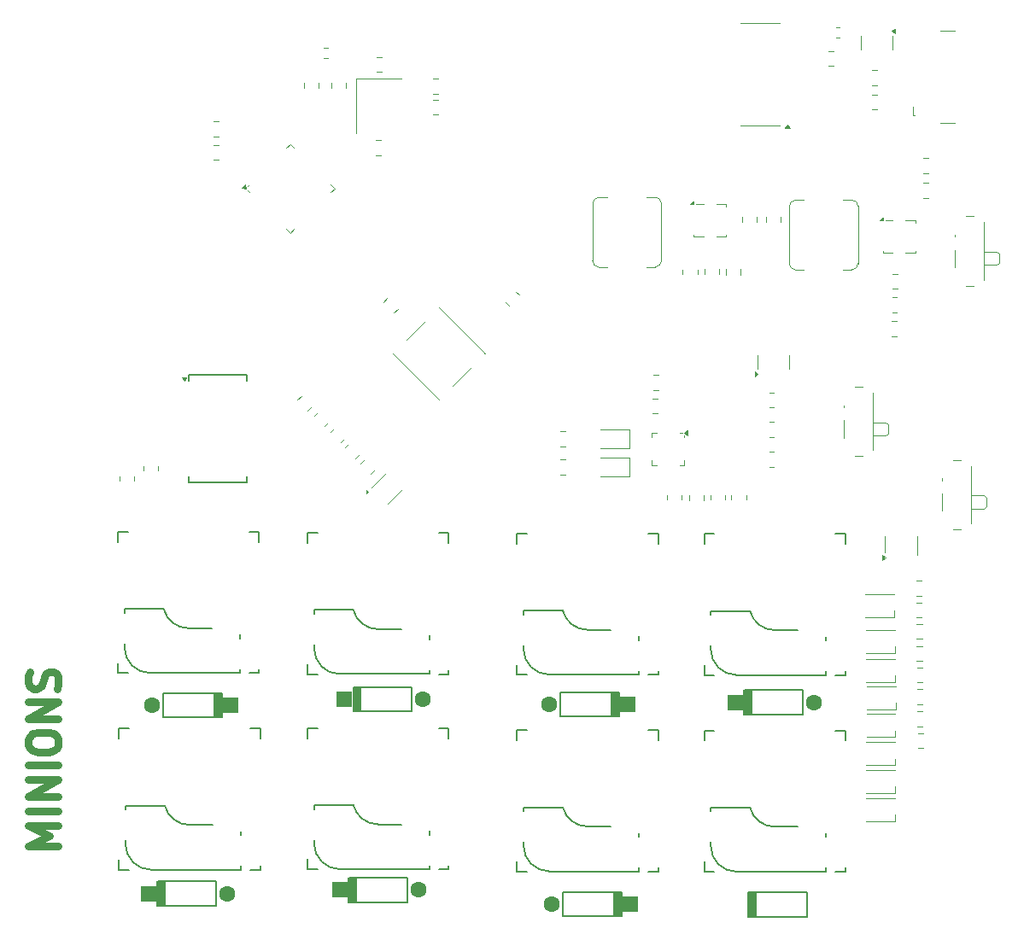
<source format=gbr>
%TF.GenerationSoftware,KiCad,Pcbnew,8.0.2*%
%TF.CreationDate,2025-08-30T14:31:31+07:00*%
%TF.ProjectId,minions,6d696e69-6f6e-4732-9e6b-696361645f70,1*%
%TF.SameCoordinates,Original*%
%TF.FileFunction,Legend,Top*%
%TF.FilePolarity,Positive*%
%FSLAX46Y46*%
G04 Gerber Fmt 4.6, Leading zero omitted, Abs format (unit mm)*
G04 Created by KiCad (PCBNEW 8.0.2) date 2025-08-30 14:31:31*
%MOMM*%
%LPD*%
G01*
G04 APERTURE LIST*
%ADD10C,0.750000*%
%ADD11C,0.120000*%
%ADD12C,0.200000*%
%ADD13C,0.150000*%
%ADD14R,1.600000X1.600000*%
%ADD15C,1.600000*%
G04 APERTURE END LIST*
D10*
X108693857Y-151642293D02*
X105693857Y-151642293D01*
X105693857Y-151642293D02*
X107836714Y-150642293D01*
X107836714Y-150642293D02*
X105693857Y-149642293D01*
X105693857Y-149642293D02*
X108693857Y-149642293D01*
X108693857Y-148213722D02*
X105693857Y-148213722D01*
X108693857Y-146785151D02*
X105693857Y-146785151D01*
X105693857Y-146785151D02*
X108693857Y-145070865D01*
X108693857Y-145070865D02*
X105693857Y-145070865D01*
X108693857Y-143642294D02*
X105693857Y-143642294D01*
X105693857Y-141642294D02*
X105693857Y-141070866D01*
X105693857Y-141070866D02*
X105836714Y-140785151D01*
X105836714Y-140785151D02*
X106122428Y-140499437D01*
X106122428Y-140499437D02*
X106693857Y-140356580D01*
X106693857Y-140356580D02*
X107693857Y-140356580D01*
X107693857Y-140356580D02*
X108265285Y-140499437D01*
X108265285Y-140499437D02*
X108551000Y-140785151D01*
X108551000Y-140785151D02*
X108693857Y-141070866D01*
X108693857Y-141070866D02*
X108693857Y-141642294D01*
X108693857Y-141642294D02*
X108551000Y-141928009D01*
X108551000Y-141928009D02*
X108265285Y-142213723D01*
X108265285Y-142213723D02*
X107693857Y-142356580D01*
X107693857Y-142356580D02*
X106693857Y-142356580D01*
X106693857Y-142356580D02*
X106122428Y-142213723D01*
X106122428Y-142213723D02*
X105836714Y-141928009D01*
X105836714Y-141928009D02*
X105693857Y-141642294D01*
X108693857Y-139070866D02*
X105693857Y-139070866D01*
X105693857Y-139070866D02*
X108693857Y-137356580D01*
X108693857Y-137356580D02*
X105693857Y-137356580D01*
X108551000Y-136070866D02*
X108693857Y-135642295D01*
X108693857Y-135642295D02*
X108693857Y-134928009D01*
X108693857Y-134928009D02*
X108551000Y-134642295D01*
X108551000Y-134642295D02*
X108408142Y-134499437D01*
X108408142Y-134499437D02*
X108122428Y-134356580D01*
X108122428Y-134356580D02*
X107836714Y-134356580D01*
X107836714Y-134356580D02*
X107551000Y-134499437D01*
X107551000Y-134499437D02*
X107408142Y-134642295D01*
X107408142Y-134642295D02*
X107265285Y-134928009D01*
X107265285Y-134928009D02*
X107122428Y-135499437D01*
X107122428Y-135499437D02*
X106979571Y-135785152D01*
X106979571Y-135785152D02*
X106836714Y-135928009D01*
X106836714Y-135928009D02*
X106551000Y-136070866D01*
X106551000Y-136070866D02*
X106265285Y-136070866D01*
X106265285Y-136070866D02*
X105979571Y-135928009D01*
X105979571Y-135928009D02*
X105836714Y-135785152D01*
X105836714Y-135785152D02*
X105693857Y-135499437D01*
X105693857Y-135499437D02*
X105693857Y-134785152D01*
X105693857Y-134785152D02*
X105836714Y-134356580D01*
D11*
%TO.C,SW4*%
X197582326Y-91239485D02*
X197582328Y-91039487D01*
X197582327Y-94239487D02*
X197582325Y-92539486D01*
X198632327Y-96089485D02*
X199422327Y-96089485D01*
X199422328Y-89189485D02*
X198632327Y-89189485D01*
X200432326Y-95489486D02*
X200432327Y-89789484D01*
X200432328Y-94039485D02*
X201722328Y-94039486D01*
X201722327Y-92739486D02*
X200432327Y-92739486D01*
X201722327Y-92739486D02*
X201932327Y-92939487D01*
X201722328Y-94039486D02*
X201932326Y-93839486D01*
X201932326Y-93839486D02*
X201932327Y-92939487D01*
%TO.C,FB1*%
X186123591Y-71507666D02*
X185781059Y-71507669D01*
X186123593Y-70487665D02*
X185781061Y-70487668D01*
%TO.C,R10*%
X153340835Y-98030282D02*
X153019718Y-97709165D01*
X154380282Y-96990835D02*
X154059165Y-96669718D01*
%TO.C,D17*%
X191620002Y-133100000D02*
X188779997Y-133100000D01*
X191620003Y-135400000D02*
X188779998Y-135400000D01*
X191620003Y-135400000D02*
X191620000Y-134750000D01*
%TO.C,C3*%
X168211079Y-104942672D02*
X167688576Y-104942671D01*
X168211080Y-106412671D02*
X167688577Y-106412670D01*
%TO.C,C57*%
X133015000Y-75938748D02*
X133015000Y-76461252D01*
X134485000Y-75938748D02*
X134485000Y-76461252D01*
%TO.C,C5*%
X193838748Y-133965000D02*
X194361251Y-133965001D01*
X193838749Y-135434999D02*
X194361252Y-135435000D01*
%TO.C,C42*%
X193738748Y-127515000D02*
X194261250Y-127514999D01*
X193738750Y-128985001D02*
X194261252Y-128985000D01*
%TO.C,C41*%
X193738746Y-125365001D02*
X194261248Y-125365000D01*
X193738748Y-126835002D02*
X194261250Y-126835001D01*
%TO.C,C17*%
X176437327Y-89273917D02*
X176437327Y-89796421D01*
X177907327Y-89273917D02*
X177907327Y-89796421D01*
%TO.C,C43*%
X193788748Y-129615000D02*
X194311250Y-129614999D01*
X193788750Y-131085001D02*
X194311252Y-131085000D01*
%TO.C,C40*%
X135643540Y-110611886D02*
X136013003Y-110242420D01*
X136682989Y-111651332D02*
X137052452Y-111281866D01*
%TO.C,U4*%
X178252326Y-70037671D02*
X176302325Y-70037666D01*
X178252326Y-70037671D02*
X180202330Y-70037667D01*
X178252328Y-80157667D02*
X176302324Y-80157671D01*
X178252328Y-80157667D02*
X180202329Y-80157672D01*
X181192328Y-80432664D02*
X180712322Y-80432671D01*
X180952327Y-80102668D01*
X181192328Y-80432664D01*
G36*
X181192328Y-80432664D02*
G01*
X180712322Y-80432671D01*
X180952327Y-80102668D01*
X181192328Y-80432664D01*
G37*
%TO.C,R4*%
X189829390Y-74712669D02*
X189375262Y-74712669D01*
X189829390Y-76182669D02*
X189375262Y-76182669D01*
%TO.C,SW1*%
X141833830Y-102819759D02*
X141855044Y-102798547D01*
X141833830Y-102819759D02*
X146401740Y-107387669D01*
X145037024Y-99616565D02*
X143198546Y-101455043D01*
X146380528Y-98273063D02*
X146401740Y-98251849D01*
X146401740Y-98251849D02*
X150969650Y-102819759D01*
X146401740Y-107387669D02*
X146422952Y-107366455D01*
X149604934Y-104184475D02*
X147766456Y-106022953D01*
X150969650Y-102819759D02*
X150948436Y-102840971D01*
%TO.C,C1*%
X168111077Y-107292670D02*
X167588576Y-107292671D01*
X168111080Y-108762671D02*
X167588579Y-108762672D01*
%TO.C,C18*%
X140761250Y-73415001D02*
X140238748Y-73415000D01*
X140761252Y-74885000D02*
X140238750Y-74884999D01*
%TO.C,C22*%
X138648741Y-113687801D02*
X139018204Y-113318336D01*
X139688190Y-114727246D02*
X140057653Y-114357781D01*
%TO.C,C56*%
X137101943Y-112141004D02*
X137471406Y-111771539D01*
X138141392Y-113180449D02*
X138510855Y-112810984D01*
D12*
%TO.C,D2*%
X158710000Y-156200001D02*
X164510000Y-156200002D01*
X158710001Y-158600000D02*
X158710000Y-156200001D01*
X163784997Y-158600003D02*
X163784999Y-156200000D01*
X163960001Y-158599998D02*
X163959999Y-156199998D01*
X164135002Y-158600001D02*
X164134999Y-156200000D01*
X164310000Y-158599999D02*
X164309999Y-156200000D01*
X164435001Y-158600001D02*
X164435001Y-156199999D01*
X164510000Y-158599998D02*
X158710001Y-158600000D01*
X164535001Y-156199999D02*
X164535000Y-158599999D01*
D11*
%TO.C,C19*%
X140924313Y-97711799D02*
X141293776Y-97342334D01*
X141963762Y-98751244D02*
X142333225Y-98381779D01*
%TO.C,D11*%
X191620003Y-130200001D02*
X188779997Y-130200000D01*
X191620003Y-132500000D02*
X188779997Y-132499999D01*
X191620003Y-132500000D02*
X191620000Y-131850000D01*
%TO.C,R11*%
X179175265Y-109612669D02*
X179629393Y-109612669D01*
X179175265Y-111082669D02*
X179629393Y-111082669D01*
%TO.C,C13*%
X194441075Y-87374486D02*
X194963576Y-87374486D01*
X194441078Y-85904486D02*
X194963579Y-85904486D01*
%TO.C,U1*%
X190640000Y-121750000D02*
X190639999Y-120949998D01*
X190640000Y-121750000D02*
X190639999Y-122550000D01*
X193860001Y-122750002D02*
X193860000Y-120949999D01*
X190690001Y-123050002D02*
X190360002Y-123289998D01*
X190359998Y-122810000D01*
X190690001Y-123050002D01*
G36*
X190690001Y-123050002D02*
G01*
X190360002Y-123289998D01*
X190359998Y-122810000D01*
X190690001Y-123050002D01*
G37*
%TO.C,C14*%
X172717328Y-94436419D02*
X172717328Y-94958923D01*
X174187328Y-94436419D02*
X174187328Y-94958923D01*
%TO.C,R12*%
X179175267Y-112562673D02*
X179629395Y-112562673D01*
X179175267Y-114032673D02*
X179629395Y-114032673D01*
%TO.C,U6*%
X190442328Y-92609485D02*
X190442328Y-92839485D01*
X190442328Y-92839485D02*
X191417330Y-92839487D01*
X190732327Y-89619487D02*
X191417326Y-89619485D01*
X192687326Y-89619483D02*
X193662328Y-89619485D01*
X192687330Y-92839485D02*
X193662328Y-92839485D01*
X193662328Y-89619485D02*
X193662328Y-89849485D01*
X193662328Y-92609485D02*
X193662328Y-92839485D01*
X190412331Y-89619484D02*
X190132328Y-89619485D01*
X190412331Y-89339485D01*
X190412331Y-89619484D01*
G36*
X190412331Y-89619484D02*
G01*
X190132328Y-89619485D01*
X190412331Y-89339485D01*
X190412331Y-89619484D01*
G37*
%TO.C,C39*%
X134017192Y-108985541D02*
X134386655Y-108616075D01*
X135056641Y-110024987D02*
X135426104Y-109655521D01*
%TO.C,C6*%
X193838748Y-136115000D02*
X194361251Y-136115001D01*
X193838749Y-137584999D02*
X194361252Y-137585000D01*
%TO.C,SW2*%
X196309999Y-115400000D02*
X196310003Y-115200001D01*
X196310000Y-118400003D02*
X196310001Y-116700000D01*
X197360004Y-120249994D02*
X198150003Y-120250001D01*
X198150003Y-113349999D02*
X197360003Y-113349997D01*
X199160000Y-119649999D02*
X199160002Y-113949999D01*
X199160003Y-118200000D02*
X200450000Y-118200003D01*
X200450000Y-118200003D02*
X200659999Y-117999999D01*
X200450002Y-116900000D02*
X199160002Y-116900000D01*
X200450002Y-116900000D02*
X200660002Y-117100001D01*
X200659999Y-117999999D02*
X200660002Y-117100001D01*
%TO.C,D8*%
X191520003Y-126650000D02*
X188679997Y-126650001D01*
X191520003Y-128949999D02*
X188679997Y-128950000D01*
X191520003Y-128949999D02*
X191520000Y-128300000D01*
%TO.C,R5*%
X179175269Y-106662671D02*
X179629397Y-106662671D01*
X179175269Y-108132671D02*
X179629397Y-108132671D01*
%TO.C,C2*%
X185041078Y-72812669D02*
X185563579Y-72812668D01*
X185041081Y-74282670D02*
X185563582Y-74282669D01*
%TO.C,C20*%
X124038748Y-82115000D02*
X124561252Y-82115000D01*
X124038748Y-83585000D02*
X124561252Y-83585000D01*
%TO.C,R1*%
X114765000Y-115427064D02*
X114765000Y-114972936D01*
X116235000Y-115427064D02*
X116235000Y-114972936D01*
%TO.C,C44*%
X193788748Y-131815000D02*
X194311250Y-131814999D01*
X193788750Y-133285001D02*
X194311252Y-133285000D01*
%TO.C,R17*%
X158926892Y-113342670D02*
X158472764Y-113342670D01*
X158926892Y-114812670D02*
X158472764Y-114812670D01*
%TO.C,R3*%
X189829390Y-77142664D02*
X189375262Y-77142664D01*
X189829390Y-78612664D02*
X189375262Y-78612664D01*
%TO.C,P1*%
X193437324Y-78357666D02*
X193437328Y-79157666D01*
X193437328Y-79157666D02*
X193587329Y-79157666D01*
X197517327Y-79977668D02*
X196107325Y-79977665D01*
X197517328Y-70817667D02*
X196107325Y-70817667D01*
%TO.C,L1*%
X181142326Y-93889485D02*
X181142328Y-88239487D01*
X181802327Y-87579486D02*
X182602327Y-87579487D01*
X182602328Y-94499486D02*
X181752326Y-94499487D01*
X186502326Y-87579486D02*
X187352328Y-87579485D01*
X187352327Y-94499486D02*
X186502327Y-94499485D01*
X187962328Y-88189487D02*
X187962325Y-93889485D01*
X181142328Y-88239487D02*
G75*
G02*
X181802327Y-87579486I660002J-1D01*
G01*
X181752326Y-94499487D02*
G75*
G02*
X181142326Y-93889485I1J610001D01*
G01*
X187352328Y-87579485D02*
G75*
G02*
X187962328Y-88189487I0J-610000D01*
G01*
X187962325Y-93889485D02*
G75*
G02*
X187352327Y-94499484I-609998J-1D01*
G01*
%TO.C,C21*%
X135715001Y-75938752D02*
X135715000Y-76461252D01*
X137185000Y-75938748D02*
X137184999Y-76461248D01*
%TO.C,R14*%
X175417328Y-116820607D02*
X175417328Y-117274735D01*
X176887328Y-116820607D02*
X176887328Y-117274735D01*
%TO.C,U7*%
X127657495Y-86051545D02*
X127480716Y-86228322D01*
X127657495Y-86829365D02*
X127438290Y-86610162D01*
X131277880Y-82431160D02*
X131666790Y-82042251D01*
X131666790Y-82042251D02*
X132055700Y-82431160D01*
X131666790Y-90838659D02*
X131277880Y-90449750D01*
X132055700Y-90449750D02*
X131666790Y-90838659D01*
X135676085Y-86829365D02*
X136064994Y-86440455D01*
X136064994Y-86440455D02*
X135676085Y-86051545D01*
X127268586Y-86440455D02*
X126865535Y-86376815D01*
X127204945Y-86037407D01*
X127268586Y-86440455D01*
G36*
X127268586Y-86440455D02*
G01*
X126865535Y-86376815D01*
X127204945Y-86037407D01*
X127268586Y-86440455D01*
G37*
%TO.C,Y1*%
X138206066Y-75518450D02*
X138206066Y-80918450D01*
X142706066Y-75518450D02*
X138206066Y-75518450D01*
%TO.C,R2*%
X117115000Y-114427064D02*
X117115000Y-113972936D01*
X118585000Y-114427064D02*
X118585000Y-113972936D01*
%TO.C,U5*%
X167539828Y-110667671D02*
X168014828Y-110667671D01*
X167539828Y-111142671D02*
X167539828Y-110667671D01*
X167539828Y-113412671D02*
X167539828Y-113887671D01*
X167539828Y-113887671D02*
X168014828Y-113887671D01*
X170284828Y-110667671D02*
X170519828Y-110667671D01*
X170759828Y-111142671D02*
X170759828Y-110967671D01*
X170759828Y-113412671D02*
X170759828Y-113887671D01*
X170759828Y-113887671D02*
X170284828Y-113887671D01*
X171089828Y-110907671D02*
X170759828Y-110667671D01*
X171089828Y-110427671D01*
X171089828Y-110907671D01*
G36*
X171089828Y-110907671D02*
G01*
X170759828Y-110667671D01*
X171089828Y-110427671D01*
X171089828Y-110907671D01*
G37*
%TO.C,R16*%
X170567328Y-94470607D02*
X170567328Y-94924735D01*
X172037328Y-94470607D02*
X172037328Y-94924735D01*
%TO.C,C35*%
X146361247Y-77665001D02*
X145838748Y-77665000D01*
X146361252Y-79135000D02*
X145838753Y-79134999D01*
%TO.C,C11*%
X191341075Y-94904486D02*
X191863576Y-94904485D01*
X191341078Y-96374487D02*
X191863579Y-96374486D01*
D12*
%TO.C,D14*%
X118514999Y-157560001D02*
X118514998Y-155160000D01*
X118540001Y-155160003D02*
X124339998Y-155160000D01*
X118614999Y-155159999D02*
X118614999Y-157560001D01*
X118740002Y-155160001D02*
X118740002Y-157560000D01*
X118914998Y-155160001D02*
X118915001Y-157560000D01*
X119089999Y-155160002D02*
X119090001Y-157560002D01*
X119265003Y-155159997D02*
X119265001Y-157560000D01*
X124339998Y-155160000D02*
X124339998Y-157559999D01*
X124339998Y-157559999D02*
X118540000Y-157559998D01*
%TO.C,D7*%
X137915000Y-138310000D02*
X137915000Y-135910000D01*
X137940000Y-135910000D02*
X143740000Y-135910000D01*
X138015000Y-135910000D02*
X138015000Y-138310000D01*
X138140000Y-135910000D02*
X138140000Y-138310000D01*
X138315000Y-135910000D02*
X138315000Y-138310000D01*
X138490000Y-135910000D02*
X138490000Y-138310000D01*
X138665000Y-135910000D02*
X138665000Y-138310000D01*
X143740000Y-135910000D02*
X143740000Y-138310000D01*
X143740000Y-138310000D02*
X137940000Y-138310000D01*
D11*
%TO.C,D9*%
X191670003Y-138550000D02*
X188829997Y-138550001D01*
X191670003Y-140849999D02*
X188829997Y-140850000D01*
X191670003Y-140849999D02*
X191670000Y-140200000D01*
D12*
%TO.C,D1*%
X158460000Y-136400001D02*
X164260000Y-136400002D01*
X158460001Y-138800000D02*
X158460000Y-136400001D01*
X163534997Y-138800003D02*
X163534999Y-136400000D01*
X163710001Y-138799998D02*
X163709999Y-136399998D01*
X163885002Y-138799999D02*
X163884999Y-136400000D01*
X164060000Y-138799999D02*
X164059999Y-136400000D01*
X164185001Y-138800001D02*
X164185001Y-136399999D01*
X164260000Y-138799998D02*
X158460001Y-138800000D01*
X164285001Y-136399999D02*
X164285000Y-138799999D01*
D11*
%TO.C,C12*%
X194441075Y-84924487D02*
X194963576Y-84924487D01*
X194441078Y-83454487D02*
X194963579Y-83454487D01*
%TO.C,C16*%
X178827328Y-89253919D02*
X178827328Y-89776423D01*
X180297328Y-89253919D02*
X180297328Y-89776423D01*
%TO.C,C36*%
X146361247Y-75565001D02*
X145838748Y-75565000D01*
X146361252Y-77035000D02*
X145838753Y-77034999D01*
%TO.C,Q2*%
X188254828Y-71997667D02*
X188254828Y-71347668D01*
X188254828Y-71997667D02*
X188254828Y-72647667D01*
X191374828Y-71997667D02*
X191374828Y-71347667D01*
X191374828Y-71997667D02*
X191374828Y-72647666D01*
X191654826Y-71075167D02*
X191324828Y-70835167D01*
X191654828Y-70595167D01*
X191654826Y-71075167D01*
G36*
X191654826Y-71075167D02*
G01*
X191324828Y-70835167D01*
X191654828Y-70595167D01*
X191654826Y-71075167D01*
G37*
%TO.C,C15*%
X174877328Y-94453919D02*
X174877328Y-94976423D01*
X176347328Y-94453919D02*
X176347328Y-94976423D01*
%TO.C,C8*%
X140138748Y-81665000D02*
X140661250Y-81664999D01*
X140138750Y-83135001D02*
X140661252Y-83135000D01*
%TO.C,D4*%
X162399825Y-112237671D02*
X165259825Y-112237671D01*
X165259825Y-112237671D02*
X165259826Y-110317673D01*
X165259826Y-110317673D02*
X162399827Y-110317671D01*
D12*
%TO.C,D15*%
X137465000Y-157210000D02*
X137465000Y-154810000D01*
X137490000Y-154810000D02*
X143290000Y-154810000D01*
X137565000Y-154810000D02*
X137565000Y-157210000D01*
X137690000Y-154810000D02*
X137690000Y-157210000D01*
X137865000Y-154810000D02*
X137865000Y-157210000D01*
X138040000Y-154810000D02*
X138040000Y-157210000D01*
X138215000Y-154810000D02*
X138215000Y-157210000D01*
X143290000Y-154810000D02*
X143290000Y-157210000D01*
X143290000Y-157210000D02*
X137490000Y-157210000D01*
D11*
%TO.C,R13*%
X191342884Y-97239432D02*
X191797012Y-97239432D01*
X191342884Y-98709432D02*
X191797012Y-98709432D01*
%TO.C,C9*%
X193888748Y-140465000D02*
X194411251Y-140465001D01*
X193888749Y-141934999D02*
X194411252Y-141935000D01*
D13*
%TO.C,U8*%
X121655000Y-104925000D02*
X121655000Y-105500000D01*
X121655000Y-104925000D02*
X127404999Y-104925001D01*
X121655000Y-115000000D02*
X121655001Y-115574999D01*
X121655001Y-115574999D02*
X127405000Y-115575000D01*
X127404999Y-104925001D02*
X127405000Y-105500000D01*
X127405000Y-115000000D02*
X127405000Y-115575000D01*
D11*
X121154999Y-105500000D02*
X120915000Y-105170000D01*
X121395000Y-105170000D01*
X121154999Y-105500000D01*
G36*
X121154999Y-105500000D02*
G01*
X120915000Y-105170000D01*
X121395000Y-105170000D01*
X121154999Y-105500000D01*
G37*
%TO.C,D10*%
X191620003Y-141350001D02*
X188779997Y-141350000D01*
X191620003Y-143650000D02*
X188779997Y-143649999D01*
X191620003Y-143650000D02*
X191620000Y-143000000D01*
%TO.C,C37*%
X124038748Y-79815000D02*
X124561250Y-79814999D01*
X124038750Y-81285001D02*
X124561252Y-81285000D01*
%TO.C,R15*%
X158926892Y-110542670D02*
X158472764Y-110542670D01*
X158926892Y-112012670D02*
X158472764Y-112012670D01*
D12*
%TO.C,D5*%
X176684999Y-138600001D02*
X176685000Y-136200002D01*
X176710000Y-136200001D02*
X182510000Y-136200001D01*
X176784999Y-136200001D02*
X176785000Y-138600001D01*
X176910001Y-136200000D02*
X176910000Y-138599999D01*
X177085001Y-136200000D02*
X177085001Y-138600002D01*
X177260000Y-136200001D02*
X177260000Y-138600001D01*
X177435000Y-136199999D02*
X177435000Y-138600000D01*
X182509999Y-138600000D02*
X176710000Y-138599998D01*
X182510000Y-136200001D02*
X182509999Y-138600000D01*
D11*
%TO.C,U9*%
X171652328Y-90995171D02*
X171652328Y-91225171D01*
X171652328Y-91225171D02*
X172627332Y-91225172D01*
X171942327Y-88005174D02*
X172627325Y-88005174D01*
X173897324Y-88005170D02*
X174872328Y-88005171D01*
X173897331Y-91225168D02*
X174872328Y-91225171D01*
X174872328Y-88005171D02*
X174872328Y-88235171D01*
X174872328Y-90995171D02*
X174872328Y-91225171D01*
X171622332Y-88005170D02*
X171342328Y-88005171D01*
X171622331Y-87725171D01*
X171622332Y-88005170D01*
G36*
X171622332Y-88005170D02*
G01*
X171342328Y-88005171D01*
X171622331Y-87725171D01*
X171622332Y-88005170D01*
G37*
%TO.C,R6*%
X173317328Y-116820607D02*
X173317328Y-117274735D01*
X174787328Y-116820607D02*
X174787328Y-117274735D01*
%TO.C,C10*%
X171217328Y-116836422D02*
X171217328Y-117358923D01*
X172687328Y-116836419D02*
X172687328Y-117358920D01*
%TO.C,C7*%
X193838748Y-138315000D02*
X194361251Y-138315001D01*
X193838749Y-139784999D02*
X194361252Y-139785000D01*
%TO.C,SW3*%
X186582326Y-108147671D02*
X186582329Y-107947672D01*
X186582327Y-111147673D02*
X186582326Y-109447670D01*
X187632329Y-112997669D02*
X188422329Y-112997670D01*
X188422329Y-106097670D02*
X187632328Y-106097669D01*
X189432326Y-112397670D02*
X189432328Y-106697670D01*
X189432330Y-110947669D02*
X190722330Y-110947671D01*
X190722328Y-109647671D02*
X189432328Y-109647671D01*
X190722328Y-109647671D02*
X190932328Y-109847672D01*
X190722330Y-110947671D02*
X190932326Y-110747671D01*
X190932326Y-110747671D02*
X190932328Y-109847672D01*
%TO.C,R7*%
X169014828Y-116850607D02*
X169014828Y-117304735D01*
X170484828Y-116850607D02*
X170484828Y-117304735D01*
%TO.C,D32*%
X162399826Y-115037671D02*
X165259826Y-115037671D01*
X165259826Y-115037671D02*
X165259827Y-113117673D01*
X165259827Y-113117673D02*
X162399828Y-113117671D01*
%TO.C,D23*%
X191683859Y-135799722D02*
X188843855Y-135799724D01*
X191683861Y-138099722D02*
X188843857Y-138099724D01*
X191683861Y-138099722D02*
X191683858Y-137449723D01*
D12*
%TO.C,D3*%
X119090000Y-136460001D02*
X124890000Y-136460002D01*
X119090001Y-138860000D02*
X119090000Y-136460001D01*
X124164997Y-138860003D02*
X124164999Y-136460000D01*
X124340001Y-138859998D02*
X124339999Y-136459998D01*
X124515002Y-138860001D02*
X124514999Y-136460000D01*
X124690000Y-138859999D02*
X124689999Y-136460000D01*
X124815001Y-138860001D02*
X124815001Y-136459999D01*
X124890000Y-138859998D02*
X119090001Y-138860000D01*
X124915001Y-136459999D02*
X124915000Y-138859999D01*
D11*
%TO.C,U10*%
X139735036Y-116101686D02*
X141149250Y-114687472D01*
X141340168Y-117706818D02*
X142754382Y-116292604D01*
X139427445Y-116529485D02*
X139229455Y-116727475D01*
X139229455Y-116331496D01*
X139427445Y-116529485D01*
G36*
X139427445Y-116529485D02*
G01*
X139229455Y-116727475D01*
X139229455Y-116331496D01*
X139427445Y-116529485D01*
G37*
%TO.C,C4*%
X191291076Y-99604486D02*
X191813577Y-99604485D01*
X191291079Y-101074487D02*
X191813580Y-101074486D01*
%TO.C,Q1*%
X177992330Y-103647671D02*
X177992330Y-102997672D01*
X177992330Y-103647671D02*
X177992330Y-104297671D01*
X181112330Y-103647671D02*
X181112330Y-102997671D01*
X181112330Y-103647671D02*
X181112330Y-104297670D01*
X178042330Y-104810171D02*
X177712330Y-105050171D01*
X177712330Y-104570170D01*
X178042330Y-104810171D01*
G36*
X178042330Y-104810171D02*
G01*
X177712330Y-105050171D01*
X177712330Y-104570170D01*
X178042330Y-104810171D01*
G37*
%TO.C,D13*%
X191620002Y-146900000D02*
X188779997Y-146900000D01*
X191620003Y-149200000D02*
X188779998Y-149200000D01*
X191620003Y-149200000D02*
X191620000Y-148550000D01*
%TO.C,L3*%
X135028734Y-73510001D02*
X135371265Y-73510000D01*
X135028735Y-72490000D02*
X135371266Y-72489999D01*
%TO.C,C38*%
X132382007Y-107403388D02*
X132751470Y-107033922D01*
X133421456Y-108442834D02*
X133790919Y-108073368D01*
%TO.C,D12*%
X191620001Y-144099999D02*
X188779997Y-144100000D01*
X191620003Y-146400000D02*
X188779999Y-146400001D01*
X191620003Y-146400000D02*
X191620000Y-145750000D01*
%TO.C,L2*%
X161652327Y-93615170D02*
X161652329Y-87965172D01*
X162312328Y-87305171D02*
X163112328Y-87305172D01*
X163112328Y-94225171D02*
X162262327Y-94225172D01*
X167012328Y-87305171D02*
X167862329Y-87305170D01*
X167862328Y-94225171D02*
X167012328Y-94225170D01*
X168472329Y-87915172D02*
X168472326Y-93615170D01*
X161652329Y-87965172D02*
G75*
G02*
X162312328Y-87305171I660002J-1D01*
G01*
X162262327Y-94225172D02*
G75*
G02*
X161652327Y-93615170I1J610001D01*
G01*
X167862329Y-87305170D02*
G75*
G02*
X168472329Y-87915172I0J-610000D01*
G01*
X168472326Y-93615170D02*
G75*
G02*
X167862328Y-94225169I-609998J-1D01*
G01*
D13*
%TO.C,K8*%
X133390000Y-139960000D02*
X134390000Y-139960000D01*
X133390000Y-140960000D02*
X133390000Y-139960000D01*
X133390000Y-153960000D02*
X133390000Y-152960000D01*
X134040000Y-147595000D02*
X134040000Y-147976000D01*
X134040000Y-151024000D02*
X134040000Y-151405000D01*
X134390000Y-153960000D02*
X133390000Y-153960000D01*
X134421000Y-147595000D02*
X134040000Y-147595000D01*
X136580000Y-153945000D02*
X145470000Y-153945000D01*
X137850000Y-147595000D02*
X134040000Y-147595000D01*
X142676000Y-149500000D02*
X140390000Y-149500000D01*
X145470000Y-150516000D02*
X145470000Y-150135000D01*
X145470000Y-153945000D02*
X145470000Y-153564000D01*
X146390000Y-139960000D02*
X147390000Y-139960000D01*
X147390000Y-139960000D02*
X147390000Y-140960000D01*
X147390000Y-153564000D02*
X147390000Y-153960000D01*
X147390000Y-153960000D02*
X146390000Y-153960000D01*
X136580000Y-153945000D02*
G75*
G02*
X134040000Y-151405000I0J2540000D01*
G01*
X140390000Y-149500000D02*
G75*
G02*
X137925838Y-147576040I0J2540000D01*
G01*
%TO.C,K7*%
X114690000Y-140010000D02*
X115690000Y-140010000D01*
X114690000Y-141010000D02*
X114690000Y-140010000D01*
X114690000Y-154010000D02*
X114690000Y-153010000D01*
X115340000Y-147645000D02*
X115340000Y-148026000D01*
X115340000Y-151074000D02*
X115340000Y-151455000D01*
X115690000Y-154010000D02*
X114690000Y-154010000D01*
X115721000Y-147645000D02*
X115340000Y-147645000D01*
X117880000Y-153995000D02*
X126770000Y-153995000D01*
X119150000Y-147645000D02*
X115340000Y-147645000D01*
X123976000Y-149550000D02*
X121690000Y-149550000D01*
X126770000Y-150566000D02*
X126770000Y-150185000D01*
X126770000Y-153995000D02*
X126770000Y-153614000D01*
X127690000Y-140010000D02*
X128690000Y-140010000D01*
X128690000Y-140010000D02*
X128690000Y-141010000D01*
X128690000Y-153614000D02*
X128690000Y-154010000D01*
X128690000Y-154010000D02*
X127690000Y-154010000D01*
X117880000Y-153995000D02*
G75*
G02*
X115340000Y-151455000I0J2540000D01*
G01*
X121690000Y-149550000D02*
G75*
G02*
X119225838Y-147626040I0J2540000D01*
G01*
%TO.C,K6*%
X133390000Y-120610000D02*
X134390000Y-120610000D01*
X133390000Y-121610000D02*
X133390000Y-120610000D01*
X133390000Y-134610000D02*
X133390000Y-133610000D01*
X134040000Y-128245000D02*
X134040000Y-128626000D01*
X134040000Y-131674000D02*
X134040000Y-132055000D01*
X134390000Y-134610000D02*
X133390000Y-134610000D01*
X134421000Y-128245000D02*
X134040000Y-128245000D01*
X136580000Y-134595000D02*
X145470000Y-134595000D01*
X137850000Y-128245000D02*
X134040000Y-128245000D01*
X142676000Y-130150000D02*
X140390000Y-130150000D01*
X145470000Y-131166000D02*
X145470000Y-130785000D01*
X145470000Y-134595000D02*
X145470000Y-134214000D01*
X146390000Y-120610000D02*
X147390000Y-120610000D01*
X147390000Y-120610000D02*
X147390000Y-121610000D01*
X147390000Y-134214000D02*
X147390000Y-134610000D01*
X147390000Y-134610000D02*
X146390000Y-134610000D01*
X136580000Y-134595000D02*
G75*
G02*
X134040000Y-132055000I0J2540000D01*
G01*
X140390000Y-130150000D02*
G75*
G02*
X137925838Y-128226040I0J2540000D01*
G01*
%TO.C,K5*%
X172710000Y-140200000D02*
X173710000Y-140200000D01*
X172710000Y-141200000D02*
X172710000Y-140200000D01*
X172710000Y-154200000D02*
X172710000Y-153200000D01*
X173360000Y-147835000D02*
X173360000Y-148216000D01*
X173360000Y-151264000D02*
X173360000Y-151645000D01*
X173710000Y-154200000D02*
X172710000Y-154200000D01*
X173741000Y-147835000D02*
X173360000Y-147835000D01*
X175900000Y-154185000D02*
X184790000Y-154185000D01*
X177170000Y-147835000D02*
X173360000Y-147835000D01*
X181996000Y-149740000D02*
X179710000Y-149740000D01*
X184790000Y-150756000D02*
X184790000Y-150375000D01*
X184790000Y-154185000D02*
X184790000Y-153804000D01*
X185710000Y-140200000D02*
X186710000Y-140200000D01*
X186710000Y-140200000D02*
X186710000Y-141200000D01*
X186710000Y-153804000D02*
X186710000Y-154200000D01*
X186710000Y-154200000D02*
X185710000Y-154200000D01*
X175900000Y-154185000D02*
G75*
G02*
X173360000Y-151645000I0J2540000D01*
G01*
X179710000Y-149740000D02*
G75*
G02*
X177245838Y-147816040I0J2540000D01*
G01*
%TO.C,K2*%
X154150000Y-140170000D02*
X155150000Y-140170000D01*
X154150000Y-141170000D02*
X154150000Y-140170000D01*
X154150000Y-154170000D02*
X154150000Y-153170000D01*
X154800000Y-147805000D02*
X154800000Y-148186000D01*
X154800000Y-151234000D02*
X154800000Y-151615000D01*
X155150000Y-154170000D02*
X154150000Y-154170000D01*
X155181000Y-147805000D02*
X154800000Y-147805000D01*
X157340000Y-154155000D02*
X166230000Y-154155000D01*
X158610000Y-147805000D02*
X154800000Y-147805000D01*
X163436000Y-149710000D02*
X161150000Y-149710000D01*
X166230000Y-150726000D02*
X166230000Y-150345000D01*
X166230000Y-154155000D02*
X166230000Y-153774000D01*
X167150000Y-140170000D02*
X168150000Y-140170000D01*
X168150000Y-140170000D02*
X168150000Y-141170000D01*
X168150000Y-153774000D02*
X168150000Y-154170000D01*
X168150000Y-154170000D02*
X167150000Y-154170000D01*
X157340000Y-154155000D02*
G75*
G02*
X154800000Y-151615000I0J2540000D01*
G01*
X161150000Y-149710000D02*
G75*
G02*
X158685838Y-147786040I0J2540000D01*
G01*
%TO.C,K3*%
X114590000Y-120510000D02*
X115590000Y-120510000D01*
X114590000Y-121510000D02*
X114590000Y-120510000D01*
X114590000Y-134510000D02*
X114590000Y-133510000D01*
X115240000Y-128145000D02*
X115240000Y-128526000D01*
X115240000Y-131574000D02*
X115240000Y-131955000D01*
X115590000Y-134510000D02*
X114590000Y-134510000D01*
X115621000Y-128145000D02*
X115240000Y-128145000D01*
X117780000Y-134495000D02*
X126670000Y-134495000D01*
X119050000Y-128145000D02*
X115240000Y-128145000D01*
X123876000Y-130050000D02*
X121590000Y-130050000D01*
X126670000Y-131066000D02*
X126670000Y-130685000D01*
X126670000Y-134495000D02*
X126670000Y-134114000D01*
X127590000Y-120510000D02*
X128590000Y-120510000D01*
X128590000Y-120510000D02*
X128590000Y-121510000D01*
X128590000Y-134114000D02*
X128590000Y-134510000D01*
X128590000Y-134510000D02*
X127590000Y-134510000D01*
X117780000Y-134495000D02*
G75*
G02*
X115240000Y-131955000I0J2540000D01*
G01*
X121590000Y-130050000D02*
G75*
G02*
X119125838Y-128126040I0J2540000D01*
G01*
D12*
%TO.C,D6*%
X177085000Y-158650001D02*
X177085000Y-156250002D01*
X177110001Y-156250000D02*
X182910000Y-156250001D01*
X177184999Y-156250001D02*
X177185000Y-158650001D01*
X177310000Y-156249999D02*
X177310000Y-158649999D01*
X177484999Y-156250000D02*
X177485001Y-158650000D01*
X177660000Y-156250001D02*
X177660000Y-158650001D01*
X177835000Y-156249999D02*
X177835001Y-158650000D01*
X182910000Y-156250001D02*
X182910000Y-158650001D01*
X182910000Y-158650001D02*
X177110000Y-158649999D01*
D13*
%TO.C,K4*%
X172710000Y-120700000D02*
X173710000Y-120700000D01*
X172710000Y-121700000D02*
X172710000Y-120700000D01*
X172710000Y-134700000D02*
X172710000Y-133700000D01*
X173360000Y-128335000D02*
X173360000Y-128716000D01*
X173360000Y-131764000D02*
X173360000Y-132145000D01*
X173710000Y-134700000D02*
X172710000Y-134700000D01*
X173741000Y-128335000D02*
X173360000Y-128335000D01*
X175900000Y-134685000D02*
X184790000Y-134685000D01*
X177170000Y-128335000D02*
X173360000Y-128335000D01*
X181996000Y-130240000D02*
X179710000Y-130240000D01*
X184790000Y-131256000D02*
X184790000Y-130875000D01*
X184790000Y-134685000D02*
X184790000Y-134304000D01*
X185710000Y-120700000D02*
X186710000Y-120700000D01*
X186710000Y-120700000D02*
X186710000Y-121700000D01*
X186710000Y-134304000D02*
X186710000Y-134700000D01*
X186710000Y-134700000D02*
X185710000Y-134700000D01*
X175900000Y-134685000D02*
G75*
G02*
X173360000Y-132145000I0J2540000D01*
G01*
X179710000Y-130240000D02*
G75*
G02*
X177245838Y-128316040I0J2540000D01*
G01*
%TO.C,K1*%
X154150000Y-120670000D02*
X155150000Y-120670000D01*
X154150000Y-121670000D02*
X154150000Y-120670000D01*
X154150000Y-134670000D02*
X154150000Y-133670000D01*
X154800000Y-128305000D02*
X154800000Y-128686000D01*
X154800000Y-131734000D02*
X154800000Y-132115000D01*
X155150000Y-134670000D02*
X154150000Y-134670000D01*
X155181000Y-128305000D02*
X154800000Y-128305000D01*
X157340000Y-134655000D02*
X166230000Y-134655000D01*
X158610000Y-128305000D02*
X154800000Y-128305000D01*
X163436000Y-130210000D02*
X161150000Y-130210000D01*
X166230000Y-131226000D02*
X166230000Y-130845000D01*
X166230000Y-134655000D02*
X166230000Y-134274000D01*
X167150000Y-120670000D02*
X168150000Y-120670000D01*
X168150000Y-120670000D02*
X168150000Y-121670000D01*
X168150000Y-134274000D02*
X168150000Y-134670000D01*
X168150000Y-134670000D02*
X167150000Y-134670000D01*
X157340000Y-134655000D02*
G75*
G02*
X154800000Y-132115000I0J2540000D01*
G01*
X161150000Y-130210000D02*
G75*
G02*
X158685838Y-128286040I0J2540000D01*
G01*
%TD*%
D14*
%TO.C,D2*%
X165410000Y-157400000D03*
D15*
X157610000Y-157400000D03*
%TD*%
D14*
%TO.C,D14*%
X117640000Y-156360000D03*
D15*
X125440000Y-156360000D03*
%TD*%
D14*
%TO.C,D7*%
X137040000Y-137110000D03*
D15*
X144840000Y-137110000D03*
%TD*%
D14*
%TO.C,D1*%
X165160000Y-137600000D03*
D15*
X157360000Y-137600000D03*
%TD*%
D14*
%TO.C,D15*%
X136590000Y-156010000D03*
D15*
X144390000Y-156010000D03*
%TD*%
D14*
%TO.C,D5*%
X175810000Y-137400000D03*
D15*
X183610000Y-137400000D03*
%TD*%
D14*
%TO.C,D3*%
X125790000Y-137660000D03*
D15*
X117990000Y-137660000D03*
%TD*%
M02*

</source>
